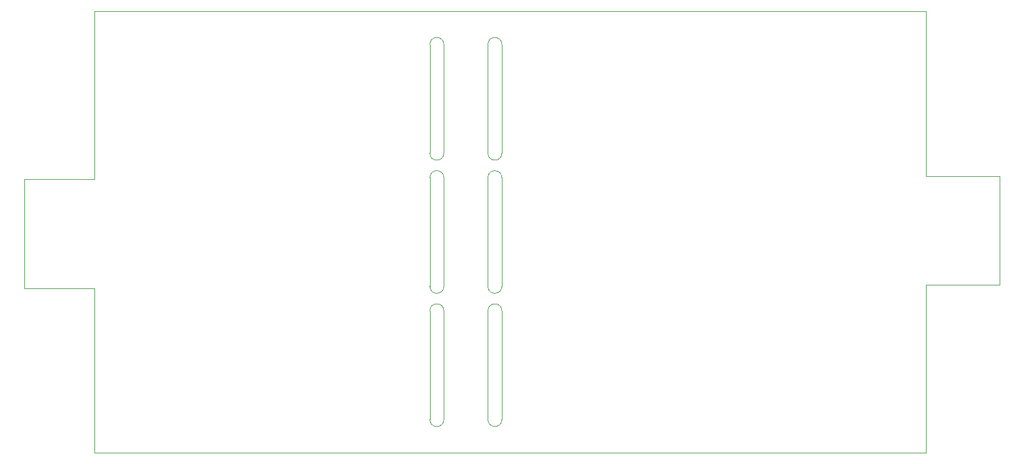
<source format=gbr>
%TF.GenerationSoftware,KiCad,Pcbnew,(5.1.4)-1*%
%TF.CreationDate,2021-09-18T23:44:11+01:00*%
%TF.ProjectId,DC_DC Converter circuit_2,44435f44-4320-4436-9f6e-766572746572,rev?*%
%TF.SameCoordinates,Original*%
%TF.FileFunction,Profile,NP*%
%FSLAX46Y46*%
G04 Gerber Fmt 4.6, Leading zero omitted, Abs format (unit mm)*
G04 Created by KiCad (PCBNEW (5.1.4)-1) date 2021-09-18 23:44:11*
%MOMM*%
%LPD*%
G04 APERTURE LIST*
%ADD10C,0.050000*%
G04 APERTURE END LIST*
D10*
X213000000Y-129000000D02*
X202500000Y-129000000D01*
X202500000Y-129000000D02*
X202500000Y-153000000D01*
X202500000Y-153000000D02*
X84000000Y-153000000D01*
X84000000Y-90000000D02*
X196500000Y-90000000D01*
X84000000Y-129500000D02*
X84000000Y-153000000D01*
X84000000Y-114000000D02*
X84000000Y-90000000D01*
X196500000Y-90000000D02*
X202500000Y-90000000D01*
X140040000Y-132746000D02*
G75*
G02X142040000Y-132746000I1000000J0D01*
G01*
X140040000Y-94746000D02*
G75*
G02X142040000Y-94746000I1000000J0D01*
G01*
X142040000Y-129246000D02*
G75*
G02X140040000Y-129246000I-1000000J0D01*
G01*
X142040000Y-113746000D02*
X142040000Y-129246000D01*
X142040000Y-148246000D02*
G75*
G02X140040000Y-148246000I-1000000J0D01*
G01*
X142040000Y-110246000D02*
G75*
G02X140040000Y-110246000I-1000000J0D01*
G01*
X142040000Y-132746000D02*
X142040000Y-148246000D01*
X140040000Y-132746000D02*
X140040000Y-148246000D01*
X140040000Y-113746000D02*
G75*
G02X142040000Y-113746000I1000000J0D01*
G01*
X140040000Y-113746000D02*
X140040000Y-129246000D01*
X142040000Y-94746000D02*
X142040000Y-110246000D01*
X140040000Y-94746000D02*
X140040000Y-110246000D01*
X131765000Y-132746000D02*
G75*
G02X133765000Y-132746000I1000000J0D01*
G01*
X133765000Y-148246000D02*
G75*
G02X131765000Y-148246000I-1000000J0D01*
G01*
X133765000Y-132746000D02*
X133765000Y-148246000D01*
X131765000Y-132746000D02*
X131765000Y-148246000D01*
X131765000Y-113746000D02*
G75*
G02X133765000Y-113746000I1000000J0D01*
G01*
X133765000Y-129246000D02*
G75*
G02X131765000Y-129246000I-1000000J0D01*
G01*
X133765000Y-113746000D02*
X133765000Y-129246000D01*
X131765000Y-113746000D02*
X131765000Y-129246000D01*
X131765000Y-94746000D02*
G75*
G02X133765000Y-94746000I1000000J0D01*
G01*
X131765000Y-94746000D02*
X131765000Y-110246000D01*
X133765000Y-110246000D02*
G75*
G02X131765000Y-110246000I-1000000J0D01*
G01*
X133765000Y-94746000D02*
X133765000Y-110246000D01*
X74000000Y-129500000D02*
X84000000Y-129500000D01*
X74000000Y-114000000D02*
X74000000Y-129500000D01*
X84000000Y-114000000D02*
X74000000Y-114000000D01*
X213000000Y-113500000D02*
X213000000Y-129000000D01*
X202500000Y-113500000D02*
X213000000Y-113500000D01*
X202500000Y-90000000D02*
X202500000Y-113500000D01*
M02*

</source>
